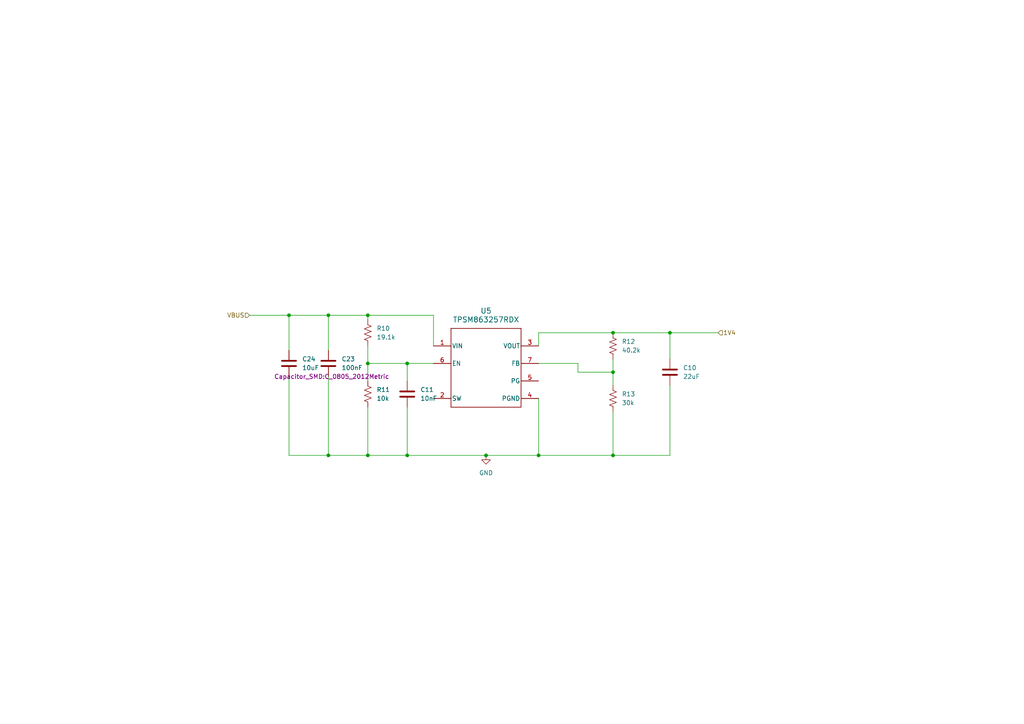
<source format=kicad_sch>
(kicad_sch (version 20231120) (generator "eeschema") (generator_version "8.0")
  (paper "A4")
  (lib_symbols
    (symbol "Device:C" (pin_numbers hide) (pin_names (offset 0.254))
      (property "Reference" "C" (at 0.635 2.54 0))
      (property "Value" "C" (at 0.635 -2.54 0))
      (symbol "C_0_1"
        (polyline (pts (xy -2.032 -0.762) (xy 2.032 -0.762)) (stroke (width 0.508)))
        (polyline (pts (xy -2.032 0.762) (xy 2.032 0.762)) (stroke (width 0.508)))
      )
      (symbol "C_1_1"
        (pin passive line (at 0 3.81 270) (length 2.794) (name "~") (number "1"))
        (pin passive line (at 0 -3.81 90) (length 2.794) (name "~") (number "2"))
      )
    )
    (symbol "Device:R_US" (pin_numbers hide) (pin_names (offset 0))
      (property "Reference" "R" (at 2.54 0 90))
      (property "Value" "R_US" (at -2.54 0 90))
      (symbol "R_US_0_1"
        (polyline (pts (xy 0 -2.286) (xy 0 -2.54)))
        (polyline (pts (xy 0 2.286) (xy 0 2.54)))
        (polyline (pts (xy 0 -0.762) (xy 1.016 -1.143) (xy 0 -1.524) (xy -1.016 -1.905) (xy 0 -2.286)))
        (polyline (pts (xy 0 0.762) (xy 1.016 0.381) (xy 0 0) (xy -1.016 -0.381) (xy 0 -0.762)))
        (polyline (pts (xy 0 2.286) (xy 1.016 1.905) (xy 0 1.524) (xy -1.016 1.143) (xy 0 0.762)))
      )
      (symbol "R_US_1_1"
        (pin passive line (at 0 3.81 270) (length 1.27) (name "~") (number "1"))
        (pin passive line (at 0 -3.81 90) (length 1.27) (name "~") (number "2"))
      )
    )
    (symbol "bitaxe:TPSM863257RDX" (pin_names (offset 0.254))
      (property "Reference" "U" (at 0 2.54 0))
      (property "Value" "TPSM863257RDX" (at 0 0 0))
      (symbol "TPSM863257RDX_0_1"
        (polyline (pts (xy 5.08 -17.78) (xy 25.4 -17.78)) (stroke (width 0.2032)))
        (polyline (pts (xy 5.08 5.08) (xy 5.08 -17.78)) (stroke (width 0.2032)))
        (polyline (pts (xy 25.4 -17.78) (xy 25.4 5.08)) (stroke (width 0.2032)))
        (polyline (pts (xy 25.4 5.08) (xy 5.08 5.08)) (stroke (width 0.2032)))
        (pin power_in line (at 0 0 0) (length 5.08) (name "VIN") (number "1"))
        (pin unspecified line (at 0 -15.24 0) (length 5.08) (name "SW") (number "2"))
        (pin power_in line (at 30.48 0 180) (length 5.08) (name "VOUT") (number "3"))
        (pin power_in line (at 30.48 -15.24 180) (length 5.08) (name "PGND") (number "4"))
        (pin open_collector line (at 30.48 -10.16 180) (length 5.08) (name "PG") (number "5"))
        (pin input line (at 0 -5.08 0) (length 5.08) (name "EN") (number "6"))
        (pin unspecified line (at 30.48 -5.08 180) (length 5.08) (name "FB") (number "7"))
      )
    )
    (symbol "power:GND" (power) (pin_numbers hide) (pin_names (offset 0) hide)
      (property "Value" "GND" (at 0 -3.81 0))
      (symbol "GND_0_1"
        (polyline (pts (xy 0 0) (xy 0 -1.27) (xy 1.27 -1.27) (xy 0 -2.54) (xy -1.27 -1.27) (xy 0 -1.27)))
      )
      (symbol "GND_1_1"
        (pin power_in line (at 0 0 270) (length 0) (name "~") (number "1"))
      )
    )
  )
  (junction (at 95.25 91.44))
  (junction (at 194.31 96.52))
  (junction (at 177.8 107.95))
  (junction (at 156.21 132.08))
  (junction (at 177.8 96.52))
  (junction (at 95.25 132.08))
  (junction (at 118.11 105.41))
  (junction (at 106.68 105.41))
  (junction (at 106.68 132.08))
  (junction (at 83.82 91.44))
  (junction (at 140.97 132.08))
  (junction (at 177.8 132.08))
  (junction (at 118.11 132.08))
  (junction (at 106.68 91.44))
  (wire (pts (xy 177.8 132.08) (xy 194.31 132.08)))
  (wire (pts (xy 83.82 109.22) (xy 83.82 132.08)))
  (wire (pts (xy 167.64 107.95) (xy 167.64 105.41)))
  (wire (pts (xy 167.64 105.41) (xy 156.21 105.41)))
  (wire (pts (xy 177.8 96.52) (xy 156.21 96.52)))
  (wire (pts (xy 125.73 100.33) (xy 125.73 91.44)))
  (wire (pts (xy 156.21 96.52) (xy 156.21 100.33)))
  (wire (pts (xy 194.31 96.52) (xy 177.8 96.52)))
  (wire (pts (xy 95.25 91.44) (xy 106.68 91.44)))
  (wire (pts (xy 106.68 105.41) (xy 118.11 105.41)))
  (wire (pts (xy 95.25 132.08) (xy 106.68 132.08)))
  (wire (pts (xy 194.31 104.14) (xy 194.31 96.52)))
  (wire (pts (xy 106.68 91.44) (xy 106.68 92.71)))
  (wire (pts (xy 83.82 132.08) (xy 95.25 132.08)))
  (wire (pts (xy 83.82 91.44) (xy 83.82 101.6)))
  (wire (pts (xy 95.25 109.22) (xy 95.25 132.08)))
  (wire (pts (xy 156.21 132.08) (xy 177.8 132.08)))
  (wire (pts (xy 118.11 132.08) (xy 140.97 132.08)))
  (wire (pts (xy 95.25 91.44) (xy 95.25 101.6)))
  (wire (pts (xy 118.11 118.11) (xy 118.11 132.08)))
  (wire (pts (xy 72.39 91.44) (xy 83.82 91.44)))
  (wire (pts (xy 194.31 96.52) (xy 208.28 96.52)))
  (wire (pts (xy 140.97 132.08) (xy 156.21 132.08)))
  (wire (pts (xy 177.8 104.14) (xy 177.8 107.95)))
  (wire (pts (xy 106.68 118.11) (xy 106.68 132.08)))
  (wire (pts (xy 118.11 105.41) (xy 118.11 110.49)))
  (wire (pts (xy 106.68 105.41) (xy 106.68 110.49)))
  (wire (pts (xy 177.8 107.95) (xy 177.8 111.76)))
  (wire (pts (xy 83.82 91.44) (xy 95.25 91.44)))
  (wire (pts (xy 106.68 132.08) (xy 118.11 132.08)))
  (wire (pts (xy 177.8 107.95) (xy 167.64 107.95)))
  (wire (pts (xy 118.11 105.41) (xy 125.73 105.41)))
  (wire (pts (xy 177.8 119.38) (xy 177.8 132.08)))
  (wire (pts (xy 106.68 100.33) (xy 106.68 105.41)))
  (wire (pts (xy 194.31 132.08) (xy 194.31 111.76)))
  (wire (pts (xy 156.21 115.57) (xy 156.21 132.08)))
  (wire (pts (xy 125.73 91.44) (xy 106.68 91.44)))
  (hierarchical_label "1V4" (shape input) (at 208.28 96.52 0))
  (hierarchical_label "VBUS" (shape input) (at 72.39 91.44 180))
  (symbol (lib_id "Device:C") (at 194.31 107.95 0) (unit 1)
    (property "Reference" "C10" (at 198.12 106.6799 0) (effects (justify left)))
    (property "Value" "22uF" (at 198.12 109.2199 0) (effects (justify left)))
    (property "Footprint" "Capacitor_SMD:C_0805_2012Metric" (effects (hide yes)))
    (property "Description" "Unpolarized capacitor" (effects (hide yes)))
    (property "PARTNO" "GRM21BR60J226ME39L" (effects (hide yes)))
  )
  (symbol (lib_id "power:GND") (at 140.97 132.08 0) (unit 1)
    (property "Reference" "#PWR016" (effects (hide yes)))
    (property "Value" "GND" (at 140.97 137.16 0))
    (property "Description" "Power symbol creates a global label with name \"GND\" , ground" (effects (hide yes)))
  )
  (symbol (lib_id "Device:C") (at 118.11 114.3 0) (unit 1)
    (property "Reference" "C11" (at 121.92 113.0299 0) (effects (justify left)))
    (property "Value" "10nF" (at 121.92 115.5699 0) (effects (justify left)))
    (property "Footprint" "Capacitor_SMD:C_0201_0603Metric" (effects (hide yes)))
    (property "Description" "Unpolarized capacitor" (effects (hide yes)))
    (property "PARTNO" "GRM033R71A103KA01D" (effects (hide yes)))
  )
  (symbol (lib_id "Device:C") (at 95.25 105.41 0) (unit 1)
    (property "Reference" "C23" (at 99.06 104.1399 0) (effects (justify left)))
    (property "Value" "100nF" (at 99.06 106.6799 0) (effects (justify left)))
    (property "Footprint" "Capacitor_SMD:C_0805_2012Metric" (at 96.2152 109.22 0))
    (property "Description" "Unpolarized capacitor" (effects (hide yes)))
    (property "PARTNO" "08053C104KAT2A" (effects (hide yes)))
  )
  (symbol (lib_id "Device:R_US") (at 106.68 96.52 0) (unit 1)
    (property "Reference" "R10" (at 109.22 95.2499 0) (effects (justify left)))
    (property "Value" "19.1k" (at 109.22 97.7899 0) (effects (justify left)))
    (property "Footprint" "Resistor_SMD:R_0402_1005Metric" (effects (hide yes)))
    (property "Description" "Resistor, US symbol" (effects (hide yes)))
    (property "PARTNO" "CRCW040219K1FKED" (effects (hide yes)))
  )
  (symbol (lib_id "bitaxe:TPSM863257RDX") (at 125.73 100.33 0) (unit 1)
    (property "Reference" "U5" (at 140.97 90.17 0) (effects (font (size 1.524 1.524))))
    (property "Value" "TPSM863257RDX" (at 140.97 92.71 0) (effects (font (size 1.524 1.524))))
    (property "Footprint" "bitaxe:TPSM863257RDX" (effects (hide yes)))
    (property "Datasheet" "PTPSM863257RDXR" (effects (hide yes)))
  )
  (symbol (lib_id "Device:C") (at 83.82 105.41 0) (unit 1)
    (property "Reference" "C24" (at 87.63 104.1399 0) (effects (justify left)))
    (property "Value" "10uF" (at 87.63 106.6799 0) (effects (justify left)))
    (property "Footprint" "Capacitor_SMD:C_0805_2012Metric" (effects (hide yes)))
    (property "Description" "Unpolarized capacitor" (effects (hide yes)))
    (property "PARTNO" "C0805C106K8PACTU" (effects (hide yes)))
  )
  (symbol (lib_id "Device:R_US") (at 177.8 115.57 0) (unit 1)
    (property "Reference" "R13" (at 180.34 114.2999 0) (effects (justify left)))
    (property "Value" "30k" (at 180.34 116.8399 0) (effects (justify left)))
    (property "Footprint" "Resistor_SMD:R_0603_1608Metric" (effects (hide yes)))
    (property "Description" "Resistor, US symbol" (effects (hide yes)))
    (property "PARTNO" "RC0603FR-0730KL" (effects (hide yes)))
  )
  (symbol (lib_id "Device:R_US") (at 177.8 100.33 0) (unit 1)
    (property "Reference" "R12" (at 180.34 99.0599 0) (effects (justify left)))
    (property "Value" "40.2k" (at 180.34 101.5999 0) (effects (justify left)))
    (property "Footprint" "Resistor_SMD:R_0805_2012Metric" (effects (hide yes)))
    (property "Description" "Resistor, US symbol" (effects (hide yes)))
    (property "PARTNO" "ERJ-6ENF4022V" (effects (hide yes)))
  )
  (symbol (lib_id "Device:R_US") (at 106.68 114.3 0) (unit 1)
    (property "Reference" "R11" (at 109.22 113.0299 0) (effects (justify left)))
    (property "Value" "10k" (at 109.22 115.5699 0) (effects (justify left)))
    (property "Footprint" "Resistor_SMD:R_0402_1005Metric" (effects (hide yes)))
    (property "Description" "Resistor, US symbol" (effects (hide yes)))
    (property "PARTNO" "CRCW040210K0FKED" (effects (hide yes)))
  )
)
</source>
